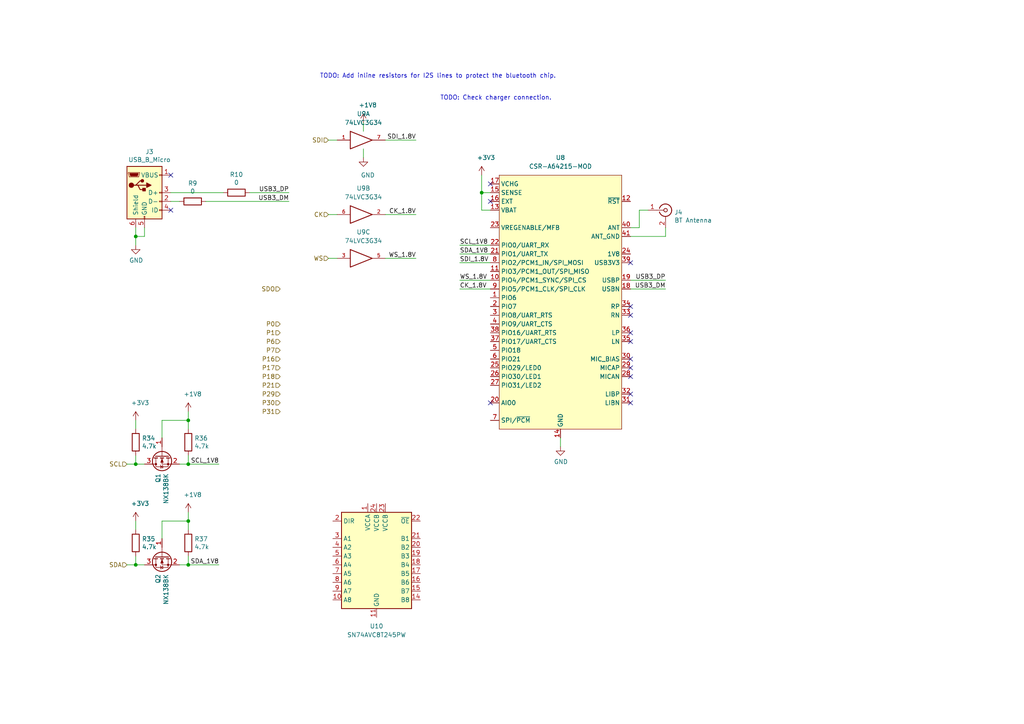
<source format=kicad_sch>
(kicad_sch (version 20201015) (generator eeschema)
  (page 1 7)
  (paper "A4")
  (lib_symbols
    (symbol "74xGxx:74LVC3G34" (pin_names (offset 1.016))
      (property "Reference" "U" (at -2.54 3.81 0))
      (property "Value" "74LVC3G34" (at 0 -3.81 0))
      (symbol "74LVC3G34_0_1"
        (polyline (pts (xy -3.81 2.54) (xy -3.81 -2.54) (xy 2.54 0) (xy -3.81 2.54)) (stroke (width 0.254)))
        (pin power_in line (at 0 -2.54 270) (length 0) hide (name "GND") (number "4"))
        (pin power_in line (at 0 2.54 90) (length 0) hide (name "VCC") (number "8"))
      )
      (symbol "74LVC3G34_1_1"
        (pin input line (at -7.62 0 0) (length 3.81) (name "~") (number "1"))
        (pin output line (at 6.35 0 180) (length 3.81) (name "~") (number "7"))
      )
      (symbol "74LVC3G34_2_1"
        (pin output line (at 6.35 0 180) (length 3.81) (name "~") (number "2"))
        (pin input line (at -7.62 0 0) (length 3.81) (name "~") (number "6"))
      )
      (symbol "74LVC3G34_3_1"
        (pin input line (at -7.62 0 0) (length 3.81) (name "~") (number "3"))
        (pin output line (at 6.35 0 180) (length 3.81) (name "~") (number "5"))
      )
    )
    (symbol "Connector:Conn_Coaxial" (pin_names (offset 1.016) hide)
      (property "Reference" "J" (at 0.254 3.048 0))
      (property "Value" "Conn_Coaxial" (at 2.921 0 90))
      (symbol "Conn_Coaxial_0_1"
        (arc (start -1.778 0.508) (end 1.778 0) (radius (at -0.0508 0) (length 1.8034) (angles 163.6 0)) (stroke (width 0.254)))
        (arc (start 1.778 0) (end -1.778 -0.508) (radius (at -0.0254 0) (length 1.8034) (angles 0 -163.8)) (stroke (width 0.254)))
        (circle (center 0 0) (radius 0.508) (stroke (width 0.2032)))
        (polyline (pts (xy -2.54 0) (xy -0.508 0)))
        (polyline (pts (xy 0 -2.54) (xy 0 -1.778)))
      )
      (symbol "Conn_Coaxial_1_1"
        (pin passive line (at -5.08 0 0) (length 2.54) (name "In") (number "1"))
        (pin passive line (at 0 -5.08 90) (length 2.54) (name "Ext") (number "2"))
      )
    )
    (symbol "Connector:USB_B_Micro" (pin_names (offset 1.016))
      (property "Reference" "J" (at -5.08 11.43 0))
      (property "Value" "USB_B_Micro" (at -5.08 8.89 0))
      (symbol "USB_B_Micro_0_1"
        (circle (center -3.81 2.159) (radius 0.635) (stroke (width 0.254)) (fill (type outline)))
        (circle (center -0.635 3.429) (radius 0.381) (stroke (width 0.254)) (fill (type outline)))
        (rectangle (start -5.08 -7.62) (end 5.08 7.62) (stroke (width 0.254)) (fill (type background)))
        (rectangle (start -0.127 -7.62) (end 0.127 -6.858))
        (rectangle (start 0.254 1.27) (end -0.508 0.508) (stroke (width 0.254)) (fill (type outline)))
        (rectangle (start 5.08 -5.207) (end 4.318 -4.953))
        (rectangle (start 5.08 -2.667) (end 4.318 -2.413))
        (rectangle (start 5.08 -0.127) (end 4.318 0.127))
        (rectangle (start 5.08 4.953) (end 4.318 5.207))
        (polyline (pts (xy -1.905 2.159) (xy 0.635 2.159)) (stroke (width 0.254)))
        (polyline (pts (xy -3.175 2.159) (xy -2.54 2.159) (xy -1.27 3.429) (xy -0.635 3.429)) (stroke (width 0.254)))
        (polyline (pts (xy -2.54 2.159) (xy -1.905 2.159) (xy -1.27 0.889) (xy 0 0.889)) (stroke (width 0.254)))
        (polyline (pts (xy 0.635 2.794) (xy 0.635 1.524) (xy 1.905 2.159) (xy 0.635 2.794)) (stroke (width 0.254)) (fill (type outline)))
        (polyline (pts (xy -4.318 5.588) (xy -1.778 5.588) (xy -2.032 4.826) (xy -4.064 4.826) (xy -4.318 5.588)) (fill (type outline)))
        (polyline (pts (xy -4.699 5.842) (xy -4.699 5.588) (xy -4.445 4.826) (xy -4.445 4.572) (xy -1.651 4.572) (xy -1.651 4.826) (xy -1.397 5.588) (xy -1.397 5.842) (xy -4.699 5.842)))
      )
      (symbol "USB_B_Micro_1_1"
        (pin power_out line (at 7.62 5.08 180) (length 2.54) (name "VBUS") (number "1"))
        (pin bidirectional line (at 7.62 -2.54 180) (length 2.54) (name "D-") (number "2"))
        (pin bidirectional line (at 7.62 0 180) (length 2.54) (name "D+") (number "3"))
        (pin passive line (at 7.62 -5.08 180) (length 2.54) (name "ID") (number "4"))
        (pin power_out line (at 0 -10.16 90) (length 2.54) (name "GND") (number "5"))
        (pin passive line (at -2.54 -10.16 90) (length 2.54) (name "Shield") (number "6"))
      )
    )
    (symbol "Device:R" (pin_numbers hide) (pin_names (offset 0))
      (property "Reference" "R" (at 2.032 0 90))
      (property "Value" "R" (at 0 0 90))
      (symbol "R_0_1"
        (rectangle (start -1.016 -2.54) (end 1.016 2.54) (stroke (width 0.254)))
      )
      (symbol "R_1_1"
        (pin passive line (at 0 3.81 270) (length 1.27) (name "~") (number "1"))
        (pin passive line (at 0 -3.81 90) (length 1.27) (name "~") (number "2"))
      )
    )
    (symbol "HackAmp-Symbols:CSR-A64215-MOD"
      (property "Reference" "U" (at -15.24 39.37 0))
      (property "Value" "CSR-A64215-MOD" (at 8.89 39.37 0))
      (symbol "CSR-A64215-MOD_0_1"
        (rectangle (start -17.78 38.1) (end 17.78 -35.56) (fill (type background)))
      )
      (symbol "CSR-A64215-MOD_1_1"
        (pin bidirectional line (at -20.32 2.54 0) (length 2.54) (name "PIO6") (number "1"))
        (pin bidirectional line (at -20.32 0 0) (length 2.54) (name "PIO7") (number "2"))
        (pin bidirectional line (at -20.32 -2.54 0) (length 2.54) (name "PIO8/UART_RTS") (number "3"))
        (pin bidirectional line (at -20.32 -5.08 0) (length 2.54) (name "PIO9/UART_CTS") (number "4"))
        (pin bidirectional line (at -20.32 -12.7 0) (length 2.54) (name "PIO18") (number "5"))
        (pin bidirectional line (at -20.32 -15.24 0) (length 2.54) (name "PIO21") (number "6"))
        (pin input line (at -20.32 -33.02 0) (length 2.54) (name "SPI/~PCM") (number "7"))
        (pin bidirectional line (at -20.32 12.7 0) (length 2.54) (name "PIO2/PCM1_IN/SPI_MOSI") (number "8"))
        (pin bidirectional line (at -20.32 5.08 0) (length 2.54) (name "PIO5/PCM1_CLK/SPI_CLK") (number "9"))
        (pin bidirectional line (at -20.32 7.62 0) (length 2.54) (name "PIO4/PCM1_SYNC/SPI_CS") (number "10"))
        (pin bidirectional line (at -20.32 10.16 0) (length 2.54) (name "PIO3/PCM1_OUT/SPI_MISO") (number "11"))
        (pin input line (at 20.32 30.48 180) (length 2.54) (name "~RST") (number "12"))
        (pin power_in line (at -20.32 27.94 0) (length 2.54) (name "VBAT") (number "13"))
        (pin power_in line (at 0 -38.1 90) (length 2.54) (name "GND") (number "14"))
        (pin bidirectional line (at 20.32 5.08 180) (length 2.54) (name "USBN") (number "18"))
        (pin bidirectional line (at -20.32 22.86 0) (length 2.54) (name "VREGENABLE/MFB") (number "23"))
        (pin power_out line (at 20.32 15.24 180) (length 2.54) (name "1V8") (number "24"))
        (pin output line (at -20.32 -17.78 0) (length 2.54) (name "PIO29/LED0") (number "25"))
        (pin output line (at -20.32 -20.32 0) (length 2.54) (name "PIO30/LED1") (number "26"))
        (pin output line (at -20.32 -22.86 0) (length 2.54) (name "PIO31/LED2") (number "27"))
        (pin bidirectional line (at 20.32 -20.32 180) (length 2.54) (name "MICAN") (number "28"))
        (pin bidirectional line (at 20.32 -17.78 180) (length 2.54) (name "MICAP") (number "29"))
        (pin bidirectional line (at 20.32 -15.24 180) (length 2.54) (name "MIC_BIAS") (number "30"))
        (pin bidirectional line (at 20.32 -27.94 180) (length 2.54) (name "LIBN") (number "31"))
        (pin bidirectional line (at 20.32 -25.4 180) (length 2.54) (name "LIBP") (number "32"))
        (pin bidirectional line (at 20.32 -2.54 180) (length 2.54) (name "RN") (number "33"))
        (pin bidirectional line (at 20.32 0 180) (length 2.54) (name "RP") (number "34"))
        (pin bidirectional line (at 20.32 -10.16 180) (length 2.54) (name "LN") (number "35"))
        (pin bidirectional line (at 20.32 -7.62 180) (length 2.54) (name "LP") (number "36"))
        (pin bidirectional line (at -20.32 -10.16 0) (length 2.54) (name "PIO17/UART_CTS") (number "37"))
        (pin bidirectional line (at -20.32 -7.62 0) (length 2.54) (name "PIO16/UART_RTS") (number "38"))
        (pin power_out line (at 20.32 12.7 180) (length 2.54) (name "USB3V3") (number "39"))
        (pin passive line (at 20.32 22.86 180) (length 2.54) (name "ANT") (number "40"))
        (pin passive line (at 20.32 20.32 180) (length 2.54) (name "ANT_GND") (number "41"))
        (pin power_in line (at -20.32 35.56 0) (length 2.54) (name "VCHG") (number "17"))
        (pin output line (at -20.32 30.48 0) (length 2.54) (name "EXT") (number "16"))
        (pin input line (at -20.32 33.02 0) (length 2.54) (name "SENSE") (number "15"))
        (pin bidirectional line (at 20.32 7.62 180) (length 2.54) (name "USBP") (number "19"))
        (pin power_in line (at -20.32 -27.94 0) (length 2.54) (name "AIO0") (number "20"))
        (pin bidirectional line (at -20.32 15.24 0) (length 2.54) (name "PIO1/UART_TX") (number "21"))
        (pin bidirectional line (at -20.32 17.78 0) (length 2.54) (name "PIO0/UART_RX") (number "22"))
      )
    )
    (symbol "Logic_LevelTranslator:SN74AVC8T245PW"
      (property "Reference" "U" (at -8.89 13.97 0))
      (property "Value" "SN74AVC8T245PW" (at 12.7 13.97 0))
      (symbol "SN74AVC8T245PW_0_1"
        (rectangle (start -10.16 12.7) (end 10.16 -15.24) (stroke (width 0.254)) (fill (type background)))
      )
      (symbol "SN74AVC8T245PW_1_1"
        (pin power_in line (at -2.54 15.24 270) (length 2.54) (name "VCCA") (number "1"))
        (pin bidirectional line (at -12.7 -12.7 0) (length 2.54) (name "A8") (number "10"))
        (pin power_in line (at 0 -17.78 90) (length 2.54) (name "GND") (number "11"))
        (pin passive line (at 0 -17.78 90) (length 2.54) hide (name "GND") (number "12"))
        (pin passive line (at 0 -17.78 90) (length 2.54) hide (name "GND") (number "13"))
        (pin bidirectional line (at 12.7 -12.7 180) (length 2.54) (name "B8") (number "14"))
        (pin bidirectional line (at 12.7 -10.16 180) (length 2.54) (name "B7") (number "15"))
        (pin bidirectional line (at 12.7 -7.62 180) (length 2.54) (name "B6") (number "16"))
        (pin bidirectional line (at 12.7 -5.08 180) (length 2.54) (name "B5") (number "17"))
        (pin bidirectional line (at 12.7 -2.54 180) (length 2.54) (name "B4") (number "18"))
        (pin bidirectional line (at 12.7 0 180) (length 2.54) (name "B3") (number "19"))
        (pin input line (at -12.7 10.16 0) (length 2.54) (name "DIR") (number "2"))
        (pin bidirectional line (at 12.7 2.54 180) (length 2.54) (name "B2") (number "20"))
        (pin bidirectional line (at 12.7 5.08 180) (length 2.54) (name "B1") (number "21"))
        (pin input line (at 12.7 10.16 180) (length 2.54) (name "~OE") (number "22"))
        (pin power_in line (at 2.54 15.24 270) (length 2.54) (name "VCCB") (number "23"))
        (pin power_in line (at 0 15.24 270) (length 2.54) (name "VCCB") (number "24"))
        (pin bidirectional line (at -12.7 5.08 0) (length 2.54) (name "A1") (number "3"))
        (pin bidirectional line (at -12.7 2.54 0) (length 2.54) (name "A2") (number "4"))
        (pin bidirectional line (at -12.7 0 0) (length 2.54) (name "A3") (number "5"))
        (pin bidirectional line (at -12.7 -2.54 0) (length 2.54) (name "A4") (number "6"))
        (pin bidirectional line (at -12.7 -5.08 0) (length 2.54) (name "A5") (number "7"))
        (pin bidirectional line (at -12.7 -7.62 0) (length 2.54) (name "A6") (number "8"))
        (pin bidirectional line (at -12.7 -10.16 0) (length 2.54) (name "A7") (number "9"))
      )
    )
    (symbol "Transistor_FET:BSS138" (pin_names hide)
      (property "Reference" "Q" (at 5.08 1.905 0))
      (property "Value" "BSS138" (at 5.08 0 0))
      (symbol "BSS138_0_1"
        (circle (center 1.651 0) (radius 2.794) (stroke (width 0.254)))
        (circle (center 2.54 -1.778) (radius 0.254) (fill (type outline)))
        (circle (center 2.54 1.778) (radius 0.254) (fill (type outline)))
        (polyline (pts (xy 0.254 0) (xy -2.54 0)))
        (polyline (pts (xy 0.254 1.905) (xy 0.254 -1.905)) (stroke (width 0.254)))
        (polyline (pts (xy 0.762 -1.27) (xy 0.762 -2.286)) (stroke (width 0.254)))
        (polyline (pts (xy 0.762 0.508) (xy 0.762 -0.508)) (stroke (width 0.254)))
        (polyline (pts (xy 0.762 2.286) (xy 0.762 1.27)) (stroke (width 0.254)))
        (polyline (pts (xy 2.54 2.54) (xy 2.54 1.778)))
        (polyline (pts (xy 2.54 -2.54) (xy 2.54 0) (xy 0.762 0)))
        (polyline (pts (xy 0.762 -1.778) (xy 3.302 -1.778) (xy 3.302 1.778) (xy 0.762 1.778)))
        (polyline (pts (xy 1.016 0) (xy 2.032 0.381) (xy 2.032 -0.381) (xy 1.016 0)) (fill (type outline)))
        (polyline (pts (xy 2.794 0.508) (xy 2.921 0.381) (xy 3.683 0.381) (xy 3.81 0.254)))
        (polyline (pts (xy 3.302 0.381) (xy 2.921 -0.254) (xy 3.683 -0.254) (xy 3.302 0.381)))
      )
      (symbol "BSS138_1_1"
        (pin input line (at -5.08 0 0) (length 2.54) (name "G") (number "1"))
        (pin passive line (at 2.54 -5.08 90) (length 2.54) (name "S") (number "2"))
        (pin passive line (at 2.54 5.08 270) (length 2.54) (name "D") (number "3"))
      )
    )
    (symbol "power:+1V8" (power) (pin_names (offset 0))
      (property "Value" "+1V8" (at 0 3.556 0))
      (symbol "+1V8_0_1"
        (polyline (pts (xy -0.762 1.27) (xy 0 2.54)))
        (polyline (pts (xy 0 0) (xy 0 2.54)))
        (polyline (pts (xy 0 2.54) (xy 0.762 1.27)))
      )
      (symbol "+1V8_1_1"
        (pin power_in line (at 0 0 90) (length 0) hide (name "+1V8") (number "1"))
      )
    )
    (symbol "power:+3V3" (power) (pin_names (offset 0))
      (property "Value" "+3V3" (at 0 3.556 0))
      (symbol "+3V3_0_1"
        (polyline (pts (xy -0.762 1.27) (xy 0 2.54)))
        (polyline (pts (xy 0 0) (xy 0 2.54)))
        (polyline (pts (xy 0 2.54) (xy 0.762 1.27)))
      )
      (symbol "+3V3_1_1"
        (pin power_in line (at 0 0 90) (length 0) hide (name "+3V3") (number "1"))
      )
    )
    (symbol "power:GND" (power) (pin_names (offset 0))
      (property "Value" "GND" (at 0 -3.81 0))
      (symbol "GND_0_1"
        (polyline (pts (xy 0 0) (xy 0 -1.27) (xy 1.27 -1.27) (xy 0 -2.54) (xy -1.27 -1.27) (xy 0 -1.27)))
      )
      (symbol "GND_1_1"
        (pin power_in line (at 0 0 270) (length 0) hide (name "GND") (number "1"))
      )
    )
  )
  (junction (at 39.37 68.58) (diameter 0.9144))
  (junction (at 39.37 134.62) (diameter 0.9144))
  (junction (at 39.37 163.83) (diameter 0.9144))
  (junction (at 54.61 121.92) (diameter 0.9144))
  (junction (at 54.61 134.62) (diameter 0.9144))
  (junction (at 54.61 151.13) (diameter 0.9144))
  (junction (at 54.61 163.83) (diameter 0.9144))
  (junction (at 139.7 55.88) (diameter 0.9144))
  (no_connect (at 182.88 109.22))
  (no_connect (at 182.88 88.9))
  (no_connect (at 182.88 104.14))
  (no_connect (at 182.88 91.44))
  (no_connect (at 142.24 58.42))
  (no_connect (at 182.88 76.2))
  (no_connect (at 182.88 114.3))
  (no_connect (at 142.24 116.84))
  (no_connect (at 182.88 99.06))
  (no_connect (at 142.24 53.34))
  (no_connect (at 182.88 96.52))
  (no_connect (at 49.53 50.8))
  (no_connect (at 182.88 106.68))
  (no_connect (at 182.88 116.84))
  (no_connect (at 49.53 60.96))
  (wire (pts (xy 36.83 134.62) (xy 39.37 134.62)))
  (wire (pts (xy 36.83 163.83) (xy 39.37 163.83)))
  (wire (pts (xy 39.37 66.04) (xy 39.37 68.58)))
  (wire (pts (xy 39.37 68.58) (xy 39.37 71.12)))
  (wire (pts (xy 39.37 121.92) (xy 39.37 124.46)))
  (wire (pts (xy 39.37 132.08) (xy 39.37 134.62)))
  (wire (pts (xy 39.37 134.62) (xy 41.91 134.62)))
  (wire (pts (xy 39.37 151.13) (xy 39.37 153.67)))
  (wire (pts (xy 39.37 161.29) (xy 39.37 163.83)))
  (wire (pts (xy 39.37 163.83) (xy 41.91 163.83)))
  (wire (pts (xy 41.91 66.04) (xy 41.91 68.58)))
  (wire (pts (xy 41.91 68.58) (xy 39.37 68.58)))
  (wire (pts (xy 46.99 121.92) (xy 46.99 127)))
  (wire (pts (xy 46.99 151.13) (xy 46.99 156.21)))
  (wire (pts (xy 49.53 58.42) (xy 52.07 58.42)))
  (wire (pts (xy 54.61 119.38) (xy 54.61 121.92)))
  (wire (pts (xy 54.61 121.92) (xy 46.99 121.92)))
  (wire (pts (xy 54.61 121.92) (xy 54.61 124.46)))
  (wire (pts (xy 54.61 132.08) (xy 54.61 134.62)))
  (wire (pts (xy 54.61 134.62) (xy 52.07 134.62)))
  (wire (pts (xy 54.61 134.62) (xy 63.5 134.62)))
  (wire (pts (xy 54.61 148.59) (xy 54.61 151.13)))
  (wire (pts (xy 54.61 151.13) (xy 46.99 151.13)))
  (wire (pts (xy 54.61 151.13) (xy 54.61 153.67)))
  (wire (pts (xy 54.61 161.29) (xy 54.61 163.83)))
  (wire (pts (xy 54.61 163.83) (xy 52.07 163.83)))
  (wire (pts (xy 54.61 163.83) (xy 63.5 163.83)))
  (wire (pts (xy 59.69 58.42) (xy 83.82 58.42)))
  (wire (pts (xy 64.77 55.88) (xy 49.53 55.88)))
  (wire (pts (xy 72.39 55.88) (xy 83.82 55.88)))
  (wire (pts (xy 95.25 40.64) (xy 97.79 40.64)))
  (wire (pts (xy 95.25 62.23) (xy 97.79 62.23)))
  (wire (pts (xy 95.25 74.93) (xy 97.79 74.93)))
  (wire (pts (xy 105.41 35.56) (xy 105.41 38.1)))
  (wire (pts (xy 105.41 43.18) (xy 105.41 45.72)))
  (wire (pts (xy 111.76 40.64) (xy 120.65 40.64)))
  (wire (pts (xy 111.76 62.23) (xy 120.65 62.23)))
  (wire (pts (xy 111.76 74.93) (xy 120.65 74.93)))
  (wire (pts (xy 133.35 71.12) (xy 142.24 71.12)))
  (wire (pts (xy 133.35 73.66) (xy 142.24 73.66)))
  (wire (pts (xy 133.35 76.2) (xy 142.24 76.2)))
  (wire (pts (xy 133.35 81.28) (xy 142.24 81.28)))
  (wire (pts (xy 133.35 83.82) (xy 142.24 83.82)))
  (wire (pts (xy 139.7 50.8) (xy 139.7 55.88)))
  (wire (pts (xy 139.7 55.88) (xy 139.7 60.96)))
  (wire (pts (xy 139.7 55.88) (xy 142.24 55.88)))
  (wire (pts (xy 139.7 60.96) (xy 142.24 60.96)))
  (wire (pts (xy 162.56 127) (xy 162.56 129.54)))
  (wire (pts (xy 182.88 66.04) (xy 185.42 66.04)))
  (wire (pts (xy 182.88 81.28) (xy 193.04 81.28)))
  (wire (pts (xy 182.88 83.82) (xy 193.04 83.82)))
  (wire (pts (xy 185.42 60.96) (xy 187.96 60.96)))
  (wire (pts (xy 185.42 66.04) (xy 185.42 60.96)))
  (wire (pts (xy 193.04 66.04) (xy 193.04 68.58)))
  (wire (pts (xy 193.04 68.58) (xy 182.88 68.58)))
  (text "TODO: Check charger connection." (at 160.02 29.21 180) (effects (font (size 1.27 1.27)) (justify right bottom)))
  (text "TODO: Add inline resistors for I2S lines to protect the bluetooth chip." (at 161.29 22.86 0) (effects (font (size 1.27 1.27)) (justify right bottom)))
  (label "SCL_1V8" (at 63.5 134.62 180))
  (label "SDA_1V8" (at 63.5 163.83 180))
  (label "USB3_DP" (at 83.82 55.88 180))
  (label "USB3_DM" (at 83.82 58.42 180))
  (label "SDI_1.8V" (at 120.65 40.64 180))
  (label "CK_1.8V" (at 120.65 62.23 180))
  (label "WS_1.8V" (at 120.65 74.93 180))
  (label "SCL_1V8" (at 133.35 71.12 0))
  (label "SDA_1V8" (at 133.35 73.66 0))
  (label "SDI_1.8V" (at 133.35 76.2 0))
  (label "WS_1.8V" (at 133.35 81.28 0))
  (label "CK_1.8V" (at 133.35 83.82 0))
  (label "USB3_DP" (at 193.04 81.28 180))
  (label "USB3_DM" (at 193.04 83.82 180))
  (hierarchical_label "SCL" (shape input) (at 36.83 134.62 180))
  (hierarchical_label "SDA" (shape input) (at 36.83 163.83 180))
  (hierarchical_label "SDO" (shape input) (at 81.28 83.82 180))
  (hierarchical_label "P0" (shape input) (at 81.28 93.98 180))
  (hierarchical_label "P1" (shape input) (at 81.28 96.52 180))
  (hierarchical_label "P6" (shape input) (at 81.28 99.06 180))
  (hierarchical_label "P7" (shape input) (at 81.28 101.6 180))
  (hierarchical_label "P16" (shape input) (at 81.28 104.14 180))
  (hierarchical_label "P17" (shape input) (at 81.28 106.68 180))
  (hierarchical_label "P18" (shape input) (at 81.28 109.22 180))
  (hierarchical_label "P21" (shape input) (at 81.28 111.76 180))
  (hierarchical_label "P29" (shape input) (at 81.28 114.3 180))
  (hierarchical_label "P30" (shape input) (at 81.28 116.84 180))
  (hierarchical_label "P31" (shape input) (at 81.28 119.38 180))
  (hierarchical_label "SDI" (shape input) (at 95.25 40.64 180))
  (hierarchical_label "CK" (shape input) (at 95.25 62.23 180))
  (hierarchical_label "WS" (shape input) (at 95.25 74.93 180))
  (symbol (lib_id "power:+3V3") (at 39.37 121.92 0) (unit 1)
    (property "Reference" "#PWR0175" (effects hide))
    (property "Value" "+3V3" (at 40.64 116.84 0))
  )
  (symbol (lib_id "power:+3V3") (at 39.37 151.13 0) (unit 1)
    (property "Reference" "#PWR0176" (effects hide))
    (property "Value" "+3V3" (at 40.64 146.05 0))
  )
  (symbol (lib_id "power:+1V8") (at 54.61 119.38 0) (unit 1)
    (property "Reference" "#PWR0174" (effects hide))
    (property "Value" "+1V8" (at 55.88 114.3 0))
  )
  (symbol (lib_id "power:+1V8") (at 54.61 148.59 0) (unit 1)
    (property "Reference" "#PWR0177" (effects hide))
    (property "Value" "+1V8" (at 55.88 143.51 0))
  )
  (symbol (lib_id "power:+1V8") (at 105.41 35.56 0) (unit 1)
    (property "Reference" "#PWR0161" (effects hide))
    (property "Value" "+1V8" (at 106.68 30.48 0))
  )
  (symbol (lib_id "power:+3V3") (at 139.7 50.8 0) (unit 1)
    (property "Reference" "#PWR0160" (effects hide))
    (property "Value" "+3V3" (at 140.97 45.72 0))
  )
  (symbol (lib_id "power:GND") (at 39.37 71.12 0) (unit 1)
    (property "Reference" "#PWR0107" (effects hide))
    (property "Value" "GND" (at 39.497 75.5142 0))
  )
  (symbol (lib_id "power:GND") (at 105.41 45.72 0) (unit 1)
    (property "Reference" "#PWR0162" (effects hide))
    (property "Value" "GND" (at 106.68 50.8 0))
  )
  (symbol (lib_id "power:GND") (at 162.56 129.54 0) (unit 1)
    (property "Reference" "#PWR0159" (effects hide))
    (property "Value" "GND" (at 162.687 133.9342 0))
  )
  (symbol (lib_id "Device:R") (at 39.37 128.27 0) (unit 1)
    (property "Reference" "R34" (at 41.1481 127.1206 0) (effects (justify left)))
    (property "Value" "4.7k" (at 41.148 129.419 0) (effects (justify left)))
    (property "Footprint" "Resistor_SMD:R_0603_1608Metric" (effects hide))
  )
  (symbol (lib_id "Device:R") (at 39.37 157.48 0) (unit 1)
    (property "Reference" "R35" (at 41.1481 156.3306 0) (effects (justify left)))
    (property "Value" "4.7k" (at 41.148 158.629 0) (effects (justify left)))
    (property "Footprint" "Resistor_SMD:R_0603_1608Metric" (effects hide))
  )
  (symbol (lib_id "Device:R") (at 54.61 128.27 0) (unit 1)
    (property "Reference" "R36" (at 56.3881 127.1206 0) (effects (justify left)))
    (property "Value" "4.7k" (at 56.388 129.419 0) (effects (justify left)))
    (property "Footprint" "Resistor_SMD:R_0603_1608Metric" (effects hide))
  )
  (symbol (lib_id "Device:R") (at 54.61 157.48 0) (unit 1)
    (property "Reference" "R37" (at 56.3881 156.3306 0) (effects (justify left)))
    (property "Value" "4.7k" (at 56.388 158.629 0) (effects (justify left)))
    (property "Footprint" "Resistor_SMD:R_0603_1608Metric" (effects hide))
  )
  (symbol (lib_id "Device:R") (at 55.88 58.42 270) (unit 1)
    (property "Reference" "R9" (at 55.88 53.1622 90))
    (property "Value" "0" (at 55.88 55.474 90))
    (property "Footprint" "Resistor_SMD:R_0603_1608Metric" (effects hide))
  )
  (symbol (lib_id "Device:R") (at 68.58 55.88 270) (unit 1)
    (property "Reference" "R10" (at 68.58 50.6222 90))
    (property "Value" "0" (at 68.58 52.934 90))
    (property "Footprint" "Resistor_SMD:R_0603_1608Metric" (effects hide))
  )
  (symbol (lib_id "Connector:Conn_Coaxial") (at 193.04 60.96 0) (unit 1)
    (property "Reference" "J4" (at 195.58 61.595 0) (effects (justify left)))
    (property "Value" "BT Antenna" (at 195.58 63.9064 0) (effects (justify left)))
    (property "Footprint" "Connector_Coaxial:U.FL_Hirose_U.FL-R-SMT-1_Vertical" (effects hide))
    (property "Datasheet" " ~" (effects hide))
  )
  (symbol (lib_id "74xGxx:74LVC3G34") (at 105.41 40.64 0) (unit 1)
    (property "Reference" "U9" (at 105.41 33.02 0))
    (property "Value" "74LVC3G34" (at 105.41 35.56 0))
    (property "Footprint" "Package_SO:VSSOP-8_2.3x2mm_P0.5mm" (effects hide))
    (property "Datasheet" "http://www.ti.com/lit/sg/scyt129e/scyt129e.pdf" (effects hide))
  )
  (symbol (lib_id "74xGxx:74LVC3G34") (at 105.41 62.23 0) (unit 2)
    (property "Reference" "U9" (at 105.41 54.61 0))
    (property "Value" "74LVC3G34" (at 105.41 57.15 0))
    (property "Footprint" "Package_SO:VSSOP-8_2.3x2mm_P0.5mm" (effects hide))
    (property "Datasheet" "http://www.ti.com/lit/sg/scyt129e/scyt129e.pdf" (effects hide))
  )
  (symbol (lib_id "74xGxx:74LVC3G34") (at 105.41 74.93 0) (unit 3)
    (property "Reference" "U9" (at 105.41 67.31 0))
    (property "Value" "74LVC3G34" (at 105.41 69.85 0))
    (property "Footprint" "Package_SO:VSSOP-8_2.3x2mm_P0.5mm" (effects hide))
    (property "Datasheet" "http://www.ti.com/lit/sg/scyt129e/scyt129e.pdf" (effects hide))
  )
  (symbol (lib_id "Transistor_FET:BSS138") (at 46.99 132.08 90) (mirror x) (unit 1)
    (property "Reference" "Q1" (at 45.8406 137.2871 0) (effects (justify left)))
    (property "Value" "NX138BK" (at 48.139 137.287 0) (effects (justify left)))
    (property "Footprint" "Package_TO_SOT_SMD:SOT-23" (effects hide))
    (property "Datasheet" "https://www.fairchildsemi.com/datasheets/BS/BSS138.pdf" (effects hide))
  )
  (symbol (lib_id "Transistor_FET:BSS138") (at 46.99 161.29 90) (mirror x) (unit 1)
    (property "Reference" "Q2" (at 45.8406 166.4971 0) (effects (justify left)))
    (property "Value" "NX138BK" (at 48.139 166.497 0) (effects (justify left)))
    (property "Footprint" "Package_TO_SOT_SMD:SOT-23" (effects hide))
    (property "Datasheet" "https://www.fairchildsemi.com/datasheets/BS/BSS138.pdf" (effects hide))
  )
  (symbol (lib_id "Connector:USB_B_Micro") (at 41.91 55.88 0) (unit 1)
    (property "Reference" "J3" (at 43.3578 44.0182 0))
    (property "Value" "USB_B_Micro" (at 43.3578 46.3296 0))
    (property "Footprint" "Connector_USB:USB_Micro-B_Amphenol_10104110_Horizontal" (effects hide))
  )
  (symbol (lib_id "Logic_LevelTranslator:SN74AVC8T245PW") (at 109.22 161.29 0) (unit 1)
    (property "Reference" "U10" (at 109.22 181.61 0))
    (property "Value" "SN74AVC8T245PW" (at 109.22 184.15 0))
    (property "Footprint" "Package_SO:TSSOP-24_4.4x7.8mm_P0.65mm" (effects hide))
    (property "Datasheet" "https://www.ti.com/lit/ds/symlink/sn74avc8t245.pdf" (effects hide))
  )
  (symbol (lib_id "HackAmp-Symbols:CSR-A64215-MOD") (at 162.56 88.9 0) (unit 1)
    (property "Reference" "U8" (at 162.56 45.72 0))
    (property "Value" "CSR-A64215-MOD" (at 162.56 48.26 0))
    (property "Footprint" "HackAmp-Footprints:CSRA64215" (effects hide))
  )
)
</source>
